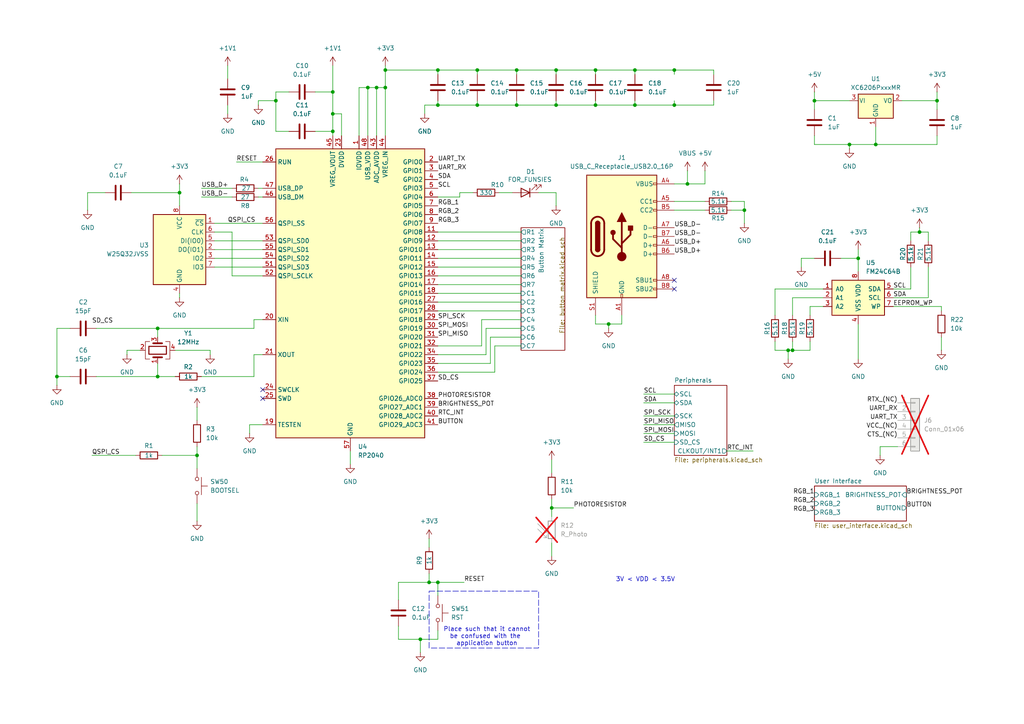
<source format=kicad_sch>
(kicad_sch (version 20231120) (generator "eeschema") (generator_version "8.0")
  (paper "A4")
  (lib_symbols
    (symbol "Connector:USB_C_Receptacle_USB2.0_16P" (pin_names (offset 1.016))
      (property "Reference" "J" (at 0 22.225 0))
      (property "Value" "USB_C_Receptacle_USB2.0_16P" (at 0 19.685 0))
      (symbol "USB_C_Receptacle_USB2.0_16P_1_1"
        (pin passive line (at 0 -22.86 90) (length 5.08) (name "GND") (number "A1"))
        (pin passive line (at 0 -22.86 90) (length 5.08) hide (name "GND") (number "A12"))
        (pin passive line (at 15.24 15.24 180) (length 5.08) (name "VBUS") (number "A4"))
        (pin bidirectional line (at 15.24 10.16 180) (length 5.08) (name "CC1") (number "A5"))
        (pin bidirectional line (at 15.24 -2.54 180) (length 5.08) (name "D+") (number "A6"))
        (pin bidirectional line (at 15.24 2.54 180) (length 5.08) (name "D-") (number "A7"))
        (pin bidirectional line (at 15.24 -12.7 180) (length 5.08) (name "SBU1") (number "A8"))
        (pin passive line (at 15.24 15.24 180) (length 5.08) hide (name "VBUS") (number "A9"))
        (pin passive line (at 0 -22.86 90) (length 5.08) hide (name "GND") (number "B1"))
        (pin passive line (at 0 -22.86 90) (length 5.08) hide (name "GND") (number "B12"))
        (pin passive line (at 15.24 15.24 180) (length 5.08) hide (name "VBUS") (number "B4"))
        (pin bidirectional line (at 15.24 7.62 180) (length 5.08) (name "CC2") (number "B5"))
        (pin bidirectional line (at 15.24 -5.08 180) (length 5.08) (name "D+") (number "B6"))
        (pin bidirectional line (at 15.24 0 180) (length 5.08) (name "D-") (number "B7"))
        (pin bidirectional line (at 15.24 -15.24 180) (length 5.08) (name "SBU2") (number "B8"))
        (pin passive line (at 15.24 15.24 180) (length 5.08) hide (name "VBUS") (number "B9"))
        (pin passive line (at -7.62 -22.86 90) (length 5.08) (name "SHIELD") (number "S1"))
      )
    )
    (symbol "Connector_Generic:Conn_01x06" (pin_names (offset 1.016) hide)
      (property "Reference" "J" (at 0 7.62 0))
      (property "Value" "Conn_01x06" (at 0 -10.16 0))
      (symbol "Conn_01x06_1_1"
        (pin passive line (at -5.08 5.08 0) (length 3.81) (name "Pin_1") (number "1"))
        (pin passive line (at -5.08 2.54 0) (length 3.81) (name "Pin_2") (number "2"))
        (pin passive line (at -5.08 0 0) (length 3.81) (name "Pin_3") (number "3"))
        (pin passive line (at -5.08 -2.54 0) (length 3.81) (name "Pin_4") (number "4"))
        (pin passive line (at -5.08 -5.08 0) (length 3.81) (name "Pin_5") (number "5"))
        (pin passive line (at -5.08 -7.62 0) (length 3.81) (name "Pin_6") (number "6"))
      )
    )
    (symbol "Device:C" (pin_numbers hide) (pin_names (offset 0.254))
      (property "Reference" "C" (at 0.635 2.54 0))
      (property "Value" "C" (at 0.635 -2.54 0))
      (symbol "C_1_1"
        (pin passive line (at 0 3.81 270) (length 2.794) (name "~") (number "1"))
        (pin passive line (at 0 -3.81 90) (length 2.794) (name "~") (number "2"))
      )
    )
    (symbol "Device:Crystal_GND24" (pin_names (offset 1.016) hide)
      (property "Reference" "Y" (at 3.175 5.08 0))
      (property "Value" "Crystal_GND24" (at 3.175 3.175 0))
      (symbol "Crystal_GND24_1_1"
        (pin passive line (at -3.81 0 0) (length 1.27) (name "1") (number "1"))
        (pin passive line (at 0 5.08 270) (length 1.27) (name "2") (number "2"))
        (pin passive line (at 3.81 0 180) (length 1.27) (name "3") (number "3"))
        (pin passive line (at 0 -5.08 90) (length 1.27) (name "4") (number "4"))
      )
    )
    (symbol "Device:LED" (pin_numbers hide) (pin_names (offset 1.016) hide)
      (property "Reference" "D" (at 0 2.54 0))
      (property "Value" "LED" (at 0 -2.54 0))
      (symbol "LED_1_1"
        (pin passive line (at -3.81 0 0) (length 2.54) (name "K") (number "1"))
        (pin passive line (at 3.81 0 180) (length 2.54) (name "A") (number "2"))
      )
    )
    (symbol "Device:R" (pin_numbers hide) (pin_names (offset 0))
      (property "Reference" "R" (at 2.032 0 90))
      (property "Value" "R" (at 0 0 90))
      (symbol "R_1_1"
        (pin passive line (at 0 3.81 270) (length 1.27) (name "~") (number "1"))
        (pin passive line (at 0 -3.81 90) (length 1.27) (name "~") (number "2"))
      )
    )
    (symbol "Device:R_Photo" (pin_numbers hide) (pin_names (offset 0))
      (property "Reference" "R" (at 1.27 1.27 0))
      (property "Value" "R_Photo" (at 1.27 0 0))
      (symbol "R_Photo_1_1"
        (pin passive line (at 0 3.81 270) (length 1.27) (name "~") (number "1"))
        (pin passive line (at 0 -3.81 90) (length 1.27) (name "~") (number "2"))
      )
    )
    (symbol "MCU_RaspberryPi:RP2040"
      (property "Reference" "U" (at 17.78 45.72 0))
      (property "Value" "RP2040" (at 17.78 43.18 0))
      (symbol "RP2040_1_1"
        (pin power_in line (at 2.54 45.72 270) (length 3.81) (name "IOVDD") (number "1"))
        (pin passive line (at 2.54 45.72 270) (length 3.81) hide (name "IOVDD") (number "10"))
        (pin bidirectional line (at 25.4 17.78 180) (length 3.81) (name "GPIO8") (number "11"))
        (pin bidirectional line (at 25.4 15.24 180) (length 3.81) (name "GPIO9") (number "12"))
        (pin bidirectional line (at 25.4 12.7 180) (length 3.81) (name "GPIO10") (number "13"))
        (pin bidirectional line (at 25.4 10.16 180) (length 3.81) (name "GPIO11") (number "14"))
        (pin bidirectional line (at 25.4 7.62 180) (length 3.81) (name "GPIO12") (number "15"))
        (pin bidirectional line (at 25.4 5.08 180) (length 3.81) (name "GPIO13") (number "16"))
        (pin bidirectional line (at 25.4 2.54 180) (length 3.81) (name "GPIO14") (number "17"))
        (pin bidirectional line (at 25.4 0 180) (length 3.81) (name "GPIO15") (number "18"))
        (pin input line (at -25.4 -38.1 0) (length 3.81) (name "TESTEN") (number "19"))
        (pin bidirectional line (at 25.4 38.1 180) (length 3.81) (name "GPIO0") (number "2"))
        (pin input line (at -25.4 -7.62 0) (length 3.81) (name "XIN") (number "20"))
        (pin passive line (at -25.4 -17.78 0) (length 3.81) (name "XOUT") (number "21"))
        (pin passive line (at 2.54 45.72 270) (length 3.81) hide (name "IOVDD") (number "22"))
        (pin power_in line (at -2.54 45.72 270) (length 3.81) (name "DVDD") (number "23"))
        (pin input line (at -25.4 -27.94 0) (length 3.81) (name "SWCLK") (number "24"))
        (pin bidirectional line (at -25.4 -30.48 0) (length 3.81) (name "SWD") (number "25"))
        (pin input line (at -25.4 38.1 0) (length 3.81) (name "RUN") (number "26"))
        (pin bidirectional line (at 25.4 -2.54 180) (length 3.81) (name "GPIO16") (number "27"))
        (pin bidirectional line (at 25.4 -5.08 180) (length 3.81) (name "GPIO17") (number "28"))
        (pin bidirectional line (at 25.4 -7.62 180) (length 3.81) (name "GPIO18") (number "29"))
        (pin bidirectional line (at 25.4 35.56 180) (length 3.81) (name "GPIO1") (number "3"))
        (pin bidirectional line (at 25.4 -10.16 180) (length 3.81) (name "GPIO19") (number "30"))
        (pin bidirectional line (at 25.4 -12.7 180) (length 3.81) (name "GPIO20") (number "31"))
        (pin bidirectional line (at 25.4 -15.24 180) (length 3.81) (name "GPIO21") (number "32"))
        (pin passive line (at 2.54 45.72 270) (length 3.81) hide (name "IOVDD") (number "33"))
        (pin bidirectional line (at 25.4 -17.78 180) (length 3.81) (name "GPIO22") (number "34"))
        (pin bidirectional line (at 25.4 -20.32 180) (length 3.81) (name "GPIO23") (number "35"))
        (pin bidirectional line (at 25.4 -22.86 180) (length 3.81) (name "GPIO24") (number "36"))
        (pin bidirectional line (at 25.4 -25.4 180) (length 3.81) (name "GPIO25") (number "37"))
        (pin bidirectional line (at 25.4 -30.48 180) (length 3.81) (name "GPIO26_ADC0") (number "38"))
        (pin bidirectional line (at 25.4 -33.02 180) (length 3.81) (name "GPIO27_ADC1") (number "39"))
        (pin bidirectional line (at 25.4 33.02 180) (length 3.81) (name "GPIO2") (number "4"))
        (pin bidirectional line (at 25.4 -35.56 180) (length 3.81) (name "GPIO28_ADC2") (number "40"))
        (pin bidirectional line (at 25.4 -38.1 180) (length 3.81) (name "GPIO29_ADC3") (number "41"))
        (pin passive line (at 2.54 45.72 270) (length 3.81) hide (name "IOVDD") (number "42"))
        (pin power_in line (at 7.62 45.72 270) (length 3.81) (name "ADC_AVDD") (number "43"))
        (pin power_in line (at 10.16 45.72 270) (length 3.81) (name "VREG_IN") (number "44"))
        (pin power_out line (at -5.08 45.72 270) (length 3.81) (name "VREG_VOUT") (number "45"))
        (pin bidirectional line (at -25.4 27.94 0) (length 3.81) (name "USB_DM") (number "46"))
        (pin bidirectional line (at -25.4 30.48 0) (length 3.81) (name "USB_DP") (number "47"))
        (pin power_in line (at 5.08 45.72 270) (length 3.81) (name "USB_VDD") (number "48"))
        (pin passive line (at 2.54 45.72 270) (length 3.81) hide (name "IOVDD") (number "49"))
        (pin bidirectional line (at 25.4 30.48 180) (length 3.81) (name "GPIO3") (number "5"))
        (pin passive line (at -2.54 45.72 270) (length 3.81) hide (name "DVDD") (number "50"))
        (pin bidirectional line (at -25.4 7.62 0) (length 3.81) (name "QSPI_SD3") (number "51"))
        (pin output line (at -25.4 5.08 0) (length 3.81) (name "QSPI_SCLK") (number "52"))
        (pin bidirectional line (at -25.4 15.24 0) (length 3.81) (name "QSPI_SD0") (number "53"))
        (pin bidirectional line (at -25.4 10.16 0) (length 3.81) (name "QSPI_SD2") (number "54"))
        (pin bidirectional line (at -25.4 12.7 0) (length 3.81) (name "QSPI_SD1") (number "55"))
        (pin bidirectional line (at -25.4 20.32 0) (length 3.81) (name "QSPI_SS") (number "56"))
        (pin power_in line (at 0 -45.72 90) (length 3.81) (name "GND") (number "57"))
        (pin bidirectional line (at 25.4 27.94 180) (length 3.81) (name "GPIO4") (number "6"))
        (pin bidirectional line (at 25.4 25.4 180) (length 3.81) (name "GPIO5") (number "7"))
        (pin bidirectional line (at 25.4 22.86 180) (length 3.81) (name "GPIO6") (number "8"))
        (pin bidirectional line (at 25.4 20.32 180) (length 3.81) (name "GPIO7") (number "9"))
      )
    )
    (symbol "Memory_Flash:W25Q32JVSS"
      (property "Reference" "U" (at -6.35 11.43 0))
      (property "Value" "W25Q32JVSS" (at 7.62 11.43 0))
      (symbol "W25Q32JVSS_1_1"
        (pin input line (at -10.16 7.62 0) (length 2.54) (name "~{CS}") (number "1"))
        (pin bidirectional line (at -10.16 0 0) (length 2.54) (name "DO(IO1)") (number "2"))
        (pin bidirectional line (at -10.16 -2.54 0) (length 2.54) (name "IO2") (number "3"))
        (pin power_in line (at 0 -12.7 90) (length 2.54) (name "GND") (number "4"))
        (pin bidirectional line (at -10.16 2.54 0) (length 2.54) (name "DI(IO0)") (number "5"))
        (pin input line (at -10.16 5.08 0) (length 2.54) (name "CLK") (number "6"))
        (pin bidirectional line (at -10.16 -5.08 0) (length 2.54) (name "IO3") (number "7"))
        (pin power_in line (at 0 12.7 270) (length 2.54) (name "VCC") (number "8"))
      )
    )
    (symbol "Memory_NVRAM:FM24C64B" (pin_names (offset 1.016))
      (property "Reference" "U" (at -5.08 8.89 0))
      (property "Value" "FM24C64B" (at 6.35 -8.89 0))
      (symbol "FM24C64B_1_1"
        (pin input line (at -10.16 2.54 0) (length 2.54) (name "A0") (number "1"))
        (pin input line (at -10.16 0 0) (length 2.54) (name "A1") (number "2"))
        (pin input line (at -10.16 -2.54 0) (length 2.54) (name "A2") (number "3"))
        (pin power_in line (at 0 -7.62 90) (length 2.54) (name "VSS") (number "4"))
        (pin bidirectional line (at 10.16 2.54 180) (length 2.54) (name "SDA") (number "5"))
        (pin input line (at 10.16 0 180) (length 2.54) (name "SCL") (number "6"))
        (pin input line (at 10.16 -2.54 180) (length 2.54) (name "WP") (number "7"))
        (pin power_in line (at 0 7.62 270) (length 2.54) (name "VDD") (number "8"))
      )
    )
    (symbol "Regulator_Linear:XC6206PxxxMR" (pin_names (offset 0.254))
      (property "Reference" "U" (at -3.81 3.175 0))
      (property "Value" "XC6206PxxxMR" (at 0 3.175 0))
      (symbol "XC6206PxxxMR_1_1"
        (pin power_in line (at 0 -7.62 90) (length 2.54) (name "GND") (number "1"))
        (pin power_out line (at 7.62 0 180) (length 2.54) (name "VO") (number "2"))
        (pin power_in line (at -7.62 0 0) (length 2.54) (name "VI") (number "3"))
      )
    )
    (symbol "Switch:SW_Push" (pin_numbers hide) (pin_names (offset 1.016) hide)
      (property "Reference" "SW" (at 1.27 2.54 0))
      (property "Value" "SW_Push" (at 0 -1.524 0))
      (symbol "SW_Push_0_1"
        (pin passive line (at -5.08 0 0) (length 2.54) (name "1") (number "1"))
        (pin passive line (at 5.08 0 180) (length 2.54) (name "2") (number "2"))
      )
    )
    (symbol "power:+1V1" (power) (pin_numbers hide) (pin_names (offset 0) hide)
      (property "Value" "+1V1" (at 0 3.556 0))
      (symbol "+1V1_1_1"
        (pin power_in line (at 0 0 90) (length 0) (name "~") (number "1"))
      )
    )
    (symbol "power:+3V3" (power) (pin_numbers hide) (pin_names (offset 0) hide)
      (property "Value" "+3V3" (at 0 3.556 0))
      (symbol "+3V3_1_1"
        (pin power_in line (at 0 0 90) (length 0) (name "~") (number "1"))
      )
    )
    (symbol "power:+5V" (power) (pin_numbers hide) (pin_names (offset 0) hide)
      (property "Value" "+5V" (at 0 3.556 0))
      (symbol "+5V_1_1"
        (pin power_in line (at 0 0 90) (length 0) (name "~") (number "1"))
      )
    )
    (symbol "power:GND" (power) (pin_numbers hide) (pin_names (offset 0) hide)
      (property "Value" "GND" (at 0 -3.81 0))
      (symbol "GND_1_1"
        (pin power_in line (at 0 0 270) (length 0) (name "~") (number "1"))
      )
    )
    (symbol "power:VBUS" (power) (pin_numbers hide) (pin_names (offset 0) hide)
      (property "Value" "VBUS" (at 0 3.556 0))
      (symbol "VBUS_1_1"
        (pin power_in line (at 0 0 90) (length 0) (name "~") (number "1"))
      )
    )
  )
  (junction (at 161.29 20.32))
  (junction (at 184.15 20.32))
  (junction (at 127 20.32))
  (junction (at 254 41.91))
  (junction (at 195.58 20.32))
  (junction (at 266.7 67.31))
  (junction (at 149.86 30.48))
  (junction (at 248.92 74.93))
  (junction (at 228.6 101.6))
  (junction (at 176.53 93.98))
  (junction (at 172.72 30.48))
  (junction (at 106.68 25.4))
  (junction (at 172.72 20.32))
  (junction (at 199.39 53.34))
  (junction (at 111.76 25.4))
  (junction (at 195.58 30.48))
  (junction (at 149.86 20.32))
  (junction (at 124.46 168.91))
  (junction (at 127 168.91))
  (junction (at 96.52 38.1))
  (junction (at 45.72 95.25))
  (junction (at 138.43 30.48))
  (junction (at 52.07 55.88))
  (junction (at 246.38 41.91))
  (junction (at 161.29 30.48))
  (junction (at 215.9 60.96))
  (junction (at 96.52 26.67))
  (junction (at 80.01 29.21))
  (junction (at 109.22 25.4))
  (junction (at 121.92 185.42))
  (junction (at 160.02 147.32))
  (junction (at 236.22 29.21))
  (junction (at 96.52 33.02))
  (junction (at 127 30.48))
  (junction (at 138.43 20.32))
  (junction (at 271.78 29.21))
  (junction (at 45.72 109.22))
  (junction (at 184.15 30.48))
  (junction (at 111.76 20.32))
  (junction (at 57.15 132.08))
  (junction (at 229.87 101.6))
  (junction (at 16.51 109.22))
  (no_connect (at 195.58 83.82))
  (no_connect (at 195.58 81.28))
  (no_connect (at 76.2 113.03))
  (no_connect (at 76.2 115.57))
  (wire (pts (xy 115.57 185.42) (xy 121.92 185.42)))
  (wire (pts (xy 254 41.91) (xy 271.78 41.91)))
  (wire (pts (xy 138.43 20.32) (xy 138.43 21.59)))
  (wire (pts (xy 133.35 55.88) (xy 133.35 57.15)))
  (wire (pts (xy 160.02 147.32) (xy 160.02 149.86)))
  (wire (pts (xy 195.58 60.96) (xy 204.47 60.96)))
  (wire (pts (xy 74.93 30.48) (xy 74.93 29.21)))
  (wire (pts (xy 127 29.21) (xy 127 30.48)))
  (wire (pts (xy 127 80.01) (xy 151.13 80.01)))
  (wire (pts (xy 62.23 67.31) (xy 67.31 67.31)))
  (wire (pts (xy 215.9 60.96) (xy 215.9 64.77)))
  (wire (pts (xy 96.52 26.67) (xy 96.52 33.02)))
  (wire (pts (xy 74.93 57.15) (xy 76.2 57.15)))
  (wire (pts (xy 106.68 25.4) (xy 106.68 39.37)))
  (wire (pts (xy 199.39 53.34) (xy 195.58 53.34)))
  (wire (pts (xy 273.05 88.9) (xy 273.05 90.17)))
  (wire (pts (xy 127 77.47) (xy 151.13 77.47)))
  (wire (pts (xy 248.92 74.93) (xy 248.92 78.74)))
  (wire (pts (xy 142.24 97.79) (xy 142.24 105.41)))
  (wire (pts (xy 186.69 120.65) (xy 195.58 120.65)))
  (wire (pts (xy 72.39 123.19) (xy 76.2 123.19)))
  (wire (pts (xy 27.94 109.22) (xy 45.72 109.22)))
  (wire (pts (xy 91.44 26.67) (xy 96.52 26.67)))
  (wire (pts (xy 96.52 19.05) (xy 96.52 26.67)))
  (wire (pts (xy 228.6 101.6) (xy 228.6 104.14)))
  (wire (pts (xy 58.42 54.61) (xy 67.31 54.61)))
  (wire (pts (xy 149.86 29.21) (xy 149.86 30.48)))
  (wire (pts (xy 273.05 97.79) (xy 273.05 101.6)))
  (wire (pts (xy 161.29 29.21) (xy 161.29 30.48)))
  (wire (pts (xy 127 182.88) (xy 127 185.42)))
  (wire (pts (xy 218.44 130.81) (xy 210.82 130.81)))
  (wire (pts (xy 236.22 26.67) (xy 236.22 29.21)))
  (wire (pts (xy 127 85.09) (xy 151.13 85.09)))
  (wire (pts (xy 45.72 105.41) (xy 45.72 109.22)))
  (wire (pts (xy 195.58 29.21) (xy 195.58 30.48)))
  (wire (pts (xy 269.24 86.36) (xy 269.24 77.47)))
  (wire (pts (xy 62.23 72.39) (xy 76.2 72.39)))
  (wire (pts (xy 229.87 99.06) (xy 229.87 101.6)))
  (wire (pts (xy 99.06 39.37) (xy 99.06 33.02)))
  (wire (pts (xy 62.23 77.47) (xy 76.2 77.47)))
  (wire (pts (xy 212.09 60.96) (xy 215.9 60.96)))
  (wire (pts (xy 45.72 97.79) (xy 45.72 95.25)))
  (wire (pts (xy 27.94 95.25) (xy 45.72 95.25)))
  (wire (pts (xy 204.47 53.34) (xy 199.39 53.34)))
  (wire (pts (xy 57.15 118.11) (xy 57.15 121.92)))
  (wire (pts (xy 16.51 95.25) (xy 20.32 95.25)))
  (wire (pts (xy 96.52 33.02) (xy 96.52 38.1)))
  (wire (pts (xy 195.58 58.42) (xy 204.47 58.42)))
  (wire (pts (xy 269.24 69.85) (xy 269.24 67.31)))
  (wire (pts (xy 73.66 102.87) (xy 76.2 102.87)))
  (wire (pts (xy 140.97 102.87) (xy 127 102.87)))
  (wire (pts (xy 204.47 49.53) (xy 204.47 53.34)))
  (wire (pts (xy 124.46 168.91) (xy 127 168.91)))
  (wire (pts (xy 212.09 58.42) (xy 215.9 58.42)))
  (wire (pts (xy 172.72 29.21) (xy 172.72 30.48)))
  (wire (pts (xy 127 69.85) (xy 151.13 69.85)))
  (wire (pts (xy 58.42 57.15) (xy 67.31 57.15)))
  (wire (pts (xy 138.43 29.21) (xy 138.43 30.48)))
  (wire (pts (xy 68.58 46.99) (xy 76.2 46.99)))
  (wire (pts (xy 151.13 100.33) (xy 143.51 100.33)))
  (wire (pts (xy 16.51 109.22) (xy 16.51 95.25)))
  (wire (pts (xy 160.02 133.35) (xy 160.02 137.16)))
  (wire (pts (xy 111.76 25.4) (xy 111.76 39.37)))
  (wire (pts (xy 151.13 92.71) (xy 139.7 92.71)))
  (wire (pts (xy 172.72 91.44) (xy 172.72 93.98)))
  (wire (pts (xy 140.97 95.25) (xy 140.97 102.87)))
  (wire (pts (xy 180.34 91.44) (xy 180.34 93.98)))
  (wire (pts (xy 269.24 67.31) (xy 266.7 67.31)))
  (wire (pts (xy 255.27 129.54) (xy 255.27 132.08)))
  (wire (pts (xy 62.23 69.85) (xy 76.2 69.85)))
  (wire (pts (xy 195.58 20.32) (xy 207.01 20.32)))
  (wire (pts (xy 229.87 86.36) (xy 238.76 86.36)))
  (wire (pts (xy 104.14 39.37) (xy 104.14 25.4)))
  (wire (pts (xy 259.08 88.9) (xy 273.05 88.9)))
  (wire (pts (xy 195.58 20.32) (xy 195.58 21.59)))
  (wire (pts (xy 38.1 55.88) (xy 52.07 55.88)))
  (wire (pts (xy 184.15 29.21) (xy 184.15 30.48)))
  (wire (pts (xy 234.95 88.9) (xy 238.76 88.9)))
  (wire (pts (xy 248.92 93.98) (xy 248.92 104.14)))
  (wire (pts (xy 45.72 95.25) (xy 73.66 95.25)))
  (wire (pts (xy 260.35 129.54) (xy 255.27 129.54)))
  (wire (pts (xy 266.7 67.31) (xy 266.7 66.04)))
  (wire (pts (xy 264.16 67.31) (xy 266.7 67.31)))
  (wire (pts (xy 127 90.17) (xy 151.13 90.17)))
  (wire (pts (xy 139.7 92.71) (xy 139.7 100.33)))
  (wire (pts (xy 264.16 69.85) (xy 264.16 67.31)))
  (wire (pts (xy 264.16 83.82) (xy 264.16 77.47)))
  (wire (pts (xy 115.57 181.61) (xy 115.57 185.42)))
  (wire (pts (xy 207.01 30.48) (xy 195.58 30.48)))
  (wire (pts (xy 127 168.91) (xy 127 172.72)))
  (wire (pts (xy 186.69 128.27) (xy 195.58 128.27)))
  (wire (pts (xy 106.68 25.4) (xy 109.22 25.4)))
  (wire (pts (xy 57.15 132.08) (xy 57.15 129.54)))
  (wire (pts (xy 73.66 109.22) (xy 73.66 102.87)))
  (wire (pts (xy 127 82.55) (xy 151.13 82.55)))
  (wire (pts (xy 52.07 85.09) (xy 52.07 86.36)))
  (wire (pts (xy 229.87 91.44) (xy 229.87 86.36)))
  (wire (pts (xy 58.42 109.22) (xy 73.66 109.22)))
  (wire (pts (xy 111.76 20.32) (xy 127 20.32)))
  (wire (pts (xy 246.38 41.91) (xy 254 41.91)))
  (wire (pts (xy 232.41 77.47) (xy 232.41 74.93)))
  (wire (pts (xy 127 74.93) (xy 151.13 74.93)))
  (wire (pts (xy 195.58 30.48) (xy 184.15 30.48)))
  (wire (pts (xy 138.43 20.32) (xy 149.86 20.32)))
  (wire (pts (xy 73.66 95.25) (xy 73.66 92.71)))
  (wire (pts (xy 74.93 29.21) (xy 80.01 29.21)))
  (wire (pts (xy 151.13 97.79) (xy 142.24 97.79)))
  (wire (pts (xy 176.53 93.98) (xy 176.53 95.25)))
  (wire (pts (xy 123.19 30.48) (xy 123.19 33.02)))
  (wire (pts (xy 67.31 80.01) (xy 76.2 80.01)))
  (wire (pts (xy 234.95 101.6) (xy 234.95 99.06)))
  (wire (pts (xy 137.16 55.88) (xy 133.35 55.88)))
  (wire (pts (xy 109.22 25.4) (xy 109.22 39.37)))
  (wire (pts (xy 124.46 156.21) (xy 124.46 158.75)))
  (wire (pts (xy 127 20.32) (xy 127 21.59)))
  (wire (pts (xy 104.14 25.4) (xy 106.68 25.4)))
  (wire (pts (xy 224.79 83.82) (xy 238.76 83.82)))
  (wire (pts (xy 254 36.83) (xy 254 41.91)))
  (wire (pts (xy 229.87 101.6) (xy 234.95 101.6)))
  (wire (pts (xy 127 67.31) (xy 151.13 67.31)))
  (wire (pts (xy 109.22 25.4) (xy 111.76 25.4)))
  (wire (pts (xy 25.4 55.88) (xy 30.48 55.88)))
  (wire (pts (xy 186.69 114.3) (xy 195.58 114.3)))
  (wire (pts (xy 36.83 101.6) (xy 40.64 101.6)))
  (wire (pts (xy 271.78 26.67) (xy 271.78 29.21)))
  (wire (pts (xy 142.24 105.41) (xy 127 105.41)))
  (wire (pts (xy 83.82 38.1) (xy 80.01 38.1)))
  (wire (pts (xy 243.84 74.93) (xy 248.92 74.93)))
  (wire (pts (xy 172.72 30.48) (xy 161.29 30.48)))
  (wire (pts (xy 144.78 55.88) (xy 148.59 55.88)))
  (wire (pts (xy 271.78 41.91) (xy 271.78 39.37)))
  (wire (pts (xy 160.02 157.48) (xy 160.02 161.29)))
  (wire (pts (xy 184.15 20.32) (xy 184.15 21.59)))
  (wire (pts (xy 161.29 55.88) (xy 161.29 59.69)))
  (wire (pts (xy 232.41 74.93) (xy 236.22 74.93)))
  (wire (pts (xy 207.01 20.32) (xy 207.01 21.59)))
  (wire (pts (xy 139.7 100.33) (xy 127 100.33)))
  (wire (pts (xy 111.76 20.32) (xy 111.76 25.4)))
  (wire (pts (xy 52.07 53.34) (xy 52.07 55.88)))
  (wire (pts (xy 133.35 57.15) (xy 127 57.15)))
  (wire (pts (xy 184.15 30.48) (xy 172.72 30.48)))
  (wire (pts (xy 124.46 166.37) (xy 124.46 168.91)))
  (wire (pts (xy 26.67 132.08) (xy 39.37 132.08)))
  (wire (pts (xy 62.23 74.93) (xy 76.2 74.93)))
  (wire (pts (xy 172.72 93.98) (xy 176.53 93.98)))
  (wire (pts (xy 186.69 125.73) (xy 195.58 125.73)))
  (wire (pts (xy 184.15 20.32) (xy 195.58 20.32)))
  (wire (pts (xy 248.92 72.39) (xy 248.92 74.93)))
  (wire (pts (xy 127 72.39) (xy 151.13 72.39)))
  (wire (pts (xy 115.57 173.99) (xy 115.57 168.91)))
  (wire (pts (xy 149.86 20.32) (xy 149.86 21.59)))
  (wire (pts (xy 101.6 130.81) (xy 101.6 134.62)))
  (wire (pts (xy 149.86 20.32) (xy 161.29 20.32)))
  (wire (pts (xy 45.72 109.22) (xy 50.8 109.22)))
  (wire (pts (xy 127 185.42) (xy 121.92 185.42)))
  (wire (pts (xy 57.15 146.05) (xy 57.15 151.13)))
  (wire (pts (xy 236.22 41.91) (xy 246.38 41.91)))
  (wire (pts (xy 234.95 91.44) (xy 234.95 88.9)))
  (wire (pts (xy 25.4 60.96) (xy 25.4 55.88)))
  (wire (pts (xy 73.66 92.71) (xy 76.2 92.71)))
  (wire (pts (xy 127 87.63) (xy 151.13 87.63)))
  (wire (pts (xy 271.78 29.21) (xy 271.78 31.75)))
  (wire (pts (xy 67.31 67.31) (xy 67.31 80.01)))
  (wire (pts (xy 16.51 109.22) (xy 20.32 109.22)))
  (wire (pts (xy 172.72 20.32) (xy 184.15 20.32)))
  (wire (pts (xy 16.51 111.76) (xy 16.51 109.22)))
  (wire (pts (xy 151.13 95.25) (xy 140.97 95.25)))
  (wire (pts (xy 138.43 30.48) (xy 127 30.48)))
  (wire (pts (xy 161.29 30.48) (xy 149.86 30.48)))
  (wire (pts (xy 246.38 43.18) (xy 246.38 41.91)))
  (wire (pts (xy 259.08 83.82) (xy 264.16 83.82)))
  (wire (pts (xy 91.44 38.1) (xy 96.52 38.1)))
  (wire (pts (xy 224.79 91.44) (xy 224.79 83.82)))
  (wire (pts (xy 127 20.32) (xy 138.43 20.32)))
  (wire (pts (xy 57.15 132.08) (xy 57.15 135.89)))
  (wire (pts (xy 186.69 123.19) (xy 195.58 123.19)))
  (wire (pts (xy 224.79 99.06) (xy 224.79 101.6)))
  (wire (pts (xy 111.76 19.05) (xy 111.76 20.32)))
  (wire (pts (xy 60.96 101.6) (xy 60.96 102.87)))
  (wire (pts (xy 143.51 100.33) (xy 143.51 107.95)))
  (wire (pts (xy 99.06 33.02) (xy 96.52 33.02)))
  (wire (pts (xy 50.8 101.6) (xy 60.96 101.6)))
  (wire (pts (xy 160.02 147.32) (xy 166.37 147.32)))
  (wire (pts (xy 172.72 20.32) (xy 172.72 21.59)))
  (wire (pts (xy 66.04 30.48) (xy 66.04 33.02)))
  (wire (pts (xy 261.62 29.21) (xy 271.78 29.21)))
  (wire (pts (xy 36.83 102.87) (xy 36.83 101.6)))
  (wire (pts (xy 224.79 101.6) (xy 228.6 101.6)))
  (wire (pts (xy 186.69 116.84) (xy 195.58 116.84)))
  (wire (pts (xy 215.9 58.42) (xy 215.9 60.96)))
  (wire (pts (xy 74.93 54.61) (xy 76.2 54.61)))
  (wire (pts (xy 52.07 55.88) (xy 52.07 59.69)))
  (wire (pts (xy 62.23 64.77) (xy 76.2 64.77)))
  (wire (pts (xy 72.39 125.73) (xy 72.39 123.19)))
  (wire (pts (xy 160.02 144.78) (xy 160.02 147.32)))
  (wire (pts (xy 80.01 29.21) (xy 80.01 26.67)))
  (wire (pts (xy 143.51 107.95) (xy 127 107.95)))
  (wire (pts (xy 236.22 29.21) (xy 246.38 29.21)))
  (wire (pts (xy 161.29 20.32) (xy 172.72 20.32)))
  (wire (pts (xy 161.29 20.32) (xy 161.29 21.59)))
  (wire (pts (xy 236.22 39.37) (xy 236.22 41.91)))
  (wire (pts (xy 149.86 30.48) (xy 138.43 30.48)))
  (wire (pts (xy 259.08 86.36) (xy 269.24 86.36)))
  (wire (pts (xy 66.04 19.05) (xy 66.04 22.86)))
  (wire (pts (xy 121.92 185.42) (xy 121.92 189.23)))
  (wire (pts (xy 228.6 101.6) (xy 229.87 101.6)))
  (wire (pts (xy 199.39 49.53) (xy 199.39 53.34)))
  (wire (pts (xy 46.99 132.08) (xy 57.15 132.08)))
  (wire (pts (xy 96.52 38.1) (xy 96.52 39.37)))
  (wire (pts (xy 127 30.48) (xy 123.19 30.48)))
  (wire (pts (xy 207.01 29.21) (xy 207.01 30.48)))
  (wire (pts (xy 176.53 93.98) (xy 180.34 93.98)))
  (wire (pts (xy 127 168.91) (xy 134.62 168.91)))
  (wire (pts (xy 80.01 38.1) (xy 80.01 29.21)))
  (wire (pts (xy 236.22 31.75) (xy 236.22 29.21)))
  (wire (pts (xy 80.01 26.67) (xy 83.82 26.67)))
  (wire (pts (xy 156.21 55.88) (xy 161.29 55.88)))
  (wire (pts (xy 115.57 168.91) (xy 124.46 168.91)))
  (rectangle (start 124.46 171.45) (end 156.21 187.96) (stroke (width 0) (type dash)))
  (text "Place such that it cannot\nbe confused with the \napplication button" (at 141.224 184.658 0) (effects (font (size 1.27 1.27))))
  (text "3V < VDD < 3.5V" (at 187.198 168.148 0) (effects (font (size 1.27 1.27))))
  (label "SPI_MISO" (at 127 97.79 0))
  (label "RTC_INT" (at 218.44 130.81 180))
  (label "SPI_SCK" (at 186.69 120.65 0))
  (label "PHOTORESISTOR" (at 127 115.57 0))
  (label "SCL" (at 127 54.61 0))
  (label "SD_CS" (at 186.69 128.27 0))
  (label "CTS_(NC)" (at 260.35 127 180))
  (label "SCL" (at 259.08 83.82 0))
  (label "UART_TX" (at 260.35 121.92 180))
  (label "USB_D+" (at 195.58 71.12 0))
  (label "RTC_INT" (at 127 120.65 0))
  (label "RESET" (at 134.62 168.91 0))
  (label "RGB_1" (at 127 59.69 0))
  (label "RESET" (at 68.58 46.99 0))
  (label "USB_D+" (at 58.42 54.61 0))
  (label "PHOTORESISTOR" (at 166.37 147.32 0))
  (label "SDA" (at 186.69 116.84 0))
  (label "BUTTON" (at 127 123.19 0))
  (label "SCL" (at 186.69 114.3 0))
  (label "RGB_2" (at 127 62.23 0))
  (label "RTX_(NC)" (at 260.35 116.84 180))
  (label "QSPI_CS" (at 26.67 132.08 0))
  (label "USB_D-" (at 195.58 68.58 0))
  (label "VCC_(NC)" (at 260.35 124.46 180))
  (label "RGB_3" (at 127 64.77 0))
  (label "UART_TX" (at 127 46.99 0))
  (label "SDA" (at 259.08 86.36 0))
  (label "RGB_2" (at 236.22 146.05 180))
  (label "BUTTON" (at 262.89 147.32 0))
  (label "SPI_MISO" (at 186.69 123.19 0))
  (label "BRIGHTNESS_POT" (at 262.89 143.51 0))
  (label "SPI_MOSI" (at 127 95.25 0))
  (label "QSPI_CS" (at 66.04 64.77 0))
  (label "RGB_1" (at 236.22 143.51 180))
  (label "UART_RX" (at 127 49.53 0))
  (label "USB_D-" (at 195.58 66.04 0))
  (label "SD_CS" (at 26.67 93.98 0))
  (label "SPI_SCK" (at 127 92.71 0))
  (label "BRIGHTNESS_POT" (at 127 118.11 0))
  (label "SD_CS" (at 127 110.49 0))
  (label "RGB_3" (at 236.22 148.59 180))
  (label "USB_D+" (at 195.58 73.66 0))
  (label "USB_D-" (at 58.42 57.15 0))
  (label "SDA" (at 127 52.07 0))
  (label "UART_RX" (at 260.35 119.38 180))
  (label "SPI_MOSI" (at 186.69 125.73 0))
  (label "EEPROM_WP" (at 259.08 88.9 0))
  (symbol (lib_id "Memory_NVRAM:FM24C64B") (at 248.92 86.36 0) (unit 1)
    (property "Reference" "U5" (at 251.1141 76.2 0) (effects (justify left)))
    (property "Value" "FM24C64B" (at 251.1141 78.74 0) (effects (justify left)))
    (property "Footprint" "Package_SO:SOIC-8_3.9x4.9mm_P1.27mm" (effects (hide yes)))
    (property "Datasheet" "http://www.cypress.com/file/41651/download" (effects (hide yes)))
    (property "Description" "64Kb serial FRAM nonvolatile Memory, SOIC-8" (effects (hide yes)))
  )
  (symbol (lib_id "power:+3V3") (at 271.78 26.67 0) (unit 1)
    (property "Reference" "#PWR17" (effects (hide yes)))
    (property "Value" "+3V3" (at 271.78 21.59 0))
    (property "Description" "Power symbol creates a global label with name \"+3V3\"" (effects (hide yes)))
  )
  (symbol (lib_id "Device:C") (at 24.13 95.25 90) (unit 1)
    (property "Reference" "C2" (at 24.13 87.63 90))
    (property "Value" "15pF" (at 24.13 90.17 90))
    (property "Footprint" "Capacitor_SMD:C_0603_1608Metric" (effects (hide yes)))
    (property "Description" "Unpolarized capacitor" (effects (hide yes)))
    (property "LCSC Part #" "C1644 " (effects (hide yes)))
  )
  (symbol (lib_id "Device:R") (at 264.16 73.66 180) (unit 1)
    (property "Reference" "R20" (at 261.874 73.66 90))
    (property "Value" "5.1k" (at 264.16 73.66 90))
    (property "Footprint" "Resistor_SMD:R_0402_1005Metric" (effects (hide yes)))
    (property "Description" "Resistor" (effects (hide yes)))
    (property "LCSC Part #" "C25905 " (effects (hide yes)))
  )
  (symbol (lib_id "power:GND") (at 176.53 95.25 0) (unit 1)
    (property "Reference" "#PWR32" (effects (hide yes)))
    (property "Value" "GND" (at 176.53 100.33 0))
    (property "Description" "Power symbol creates a global label with name \"GND\" , ground" (effects (hide yes)))
  )
  (symbol (lib_id "Device:R") (at 160.02 140.97 0) (unit 1)
    (property "Reference" "R11" (at 162.56 139.6999 0) (effects (justify left)))
    (property "Value" "10k" (at 162.56 142.2399 0) (effects (justify left)))
    (property "Footprint" "Resistor_SMD:R_0402_1005Metric" (effects (hide yes)))
    (property "Description" "Resistor" (effects (hide yes)))
    (property "LCSC Part #" "C25744 " (effects (hide yes)))
  )
  (symbol (lib_id "Device:C") (at 87.63 26.67 90) (unit 1)
    (property "Reference" "C10" (at 87.63 19.05 90))
    (property "Value" "0.1uF" (at 87.63 21.59 90))
    (property "Footprint" "Capacitor_SMD:C_0402_1005Metric" (effects (hide yes)))
    (property "Description" "Unpolarized capacitor" (effects (hide yes)))
    (property "LCSC Part #" "C1525 " (effects (hide yes)))
  )
  (symbol (lib_id "Switch:SW_Push") (at 127 177.8 270) (unit 1)
    (property "Reference" "SW51" (at 130.81 176.5299 90) (effects (justify left)))
    (property "Value" "RST" (at 130.81 179.0699 90) (effects (justify left)))
    (property "Footprint" "cat:TS-1088-AR02016" (effects (hide yes)))
    (property "Description" "Push button switch, generic, two pins" (effects (hide yes)))
    (property "LCSC Part #" "C720477 " (effects (hide yes)))
  )
  (symbol (lib_id "power:GND") (at 215.9 64.77 0) (unit 1)
    (property "Reference" "#PWR37" (effects (hide yes)))
    (property "Value" "GND" (at 215.9 69.85 0))
    (property "Description" "Power symbol creates a global label with name \"GND\" , ground" (effects (hide yes)))
  )
  (symbol (lib_id "Device:C") (at 184.15 25.4 180) (unit 1)
    (property "Reference" "C18" (at 187.96 24.1299 0) (effects (justify right)))
    (property "Value" "0.1uF" (at 187.96 26.6699 0) (effects (justify right)))
    (property "Footprint" "Capacitor_SMD:C_0402_1005Metric" (effects (hide yes)))
    (property "Description" "Unpolarized capacitor" (effects (hide yes)))
    (property "LCSC Part #" "C1525 " (effects (hide yes)))
  )
  (symbol (lib_id "power:+3V3") (at 52.07 53.34 0) (unit 1)
    (property "Reference" "#PWR7" (effects (hide yes)))
    (property "Value" "+3V3" (at 52.07 48.26 0))
    (property "Description" "Power symbol creates a global label with name \"+3V3\"" (effects (hide yes)))
  )
  (symbol (lib_id "Device:C") (at 149.86 25.4 180) (unit 1)
    (property "Reference" "C15" (at 153.67 24.1299 0) (effects (justify right)))
    (property "Value" "0.1uF" (at 153.67 26.6699 0) (effects (justify right)))
    (property "Footprint" "Capacitor_SMD:C_0402_1005Metric" (effects (hide yes)))
    (property "Description" "Unpolarized capacitor" (effects (hide yes)))
    (property "LCSC Part #" "C1525 " (effects (hide yes)))
  )
  (symbol (lib_id "Device:R") (at 43.18 132.08 90) (unit 1)
    (property "Reference" "R1" (at 43.18 129.286 90))
    (property "Value" "1k" (at 43.18 132.08 90))
    (property "Footprint" "Resistor_SMD:R_0402_1005Metric" (effects (hide yes)))
    (property "Description" "Resistor" (effects (hide yes)))
    (property "LCSC Part #" "C11702 " (effects (hide yes)))
  )
  (symbol (lib_id "power:GND") (at 72.39 125.73 0) (unit 1)
    (property "Reference" "#PWR21" (effects (hide yes)))
    (property "Value" "GND" (at 72.39 130.81 0))
    (property "Description" "Power symbol creates a global label with name \"GND\" , ground" (effects (hide yes)))
  )
  (symbol (lib_id "Device:R") (at 269.24 73.66 180) (unit 1)
    (property "Reference" "R21" (at 266.954 73.66 90))
    (property "Value" "5.1k" (at 269.24 73.66 90))
    (property "Footprint" "Resistor_SMD:R_0402_1005Metric" (effects (hide yes)))
    (property "Description" "Resistor" (effects (hide yes)))
    (property "LCSC Part #" "C25905 " (effects (hide yes)))
  )
  (symbol (lib_id "power:GND") (at 160.02 161.29 0) (unit 1)
    (property "Reference" "#PWR30" (effects (hide yes)))
    (property "Value" "GND" (at 160.02 166.37 0))
    (property "Description" "Power symbol creates a global label with name \"GND\" , ground" (effects (hide yes)))
  )
  (symbol (lib_id "power:GND") (at 228.6 104.14 0) (unit 1)
    (property "Reference" "#PWR38" (effects (hide yes)))
    (property "Value" "GND" (at 228.6 109.22 0))
    (property "Description" "Power symbol creates a global label with name \"GND\" , ground" (effects (hide yes)))
  )
  (symbol (lib_id "power:GND") (at 36.83 102.87 0) (unit 1)
    (property "Reference" "#PWR6" (effects (hide yes)))
    (property "Value" "GND" (at 36.83 107.95 0))
    (property "Description" "Power symbol creates a global label with name \"GND\" , ground" (effects (hide yes)))
  )
  (symbol (lib_id "power:GND") (at 246.38 43.18 0) (unit 1)
    (property "Reference" "#PWR5" (effects (hide yes)))
    (property "Value" "GND" (at 246.38 48.26 0))
    (property "Description" "Power symbol creates a global label with name \"GND\" , ground" (effects (hide yes)))
  )
  (symbol (lib_id "power:GND") (at 273.05 101.6 0) (unit 1)
    (property "Reference" "#PWR47" (effects (hide yes)))
    (property "Value" "GND" (at 273.05 106.68 0))
    (property "Description" "Power symbol creates a global label with name \"GND\" , ground" (effects (hide yes)))
  )
  (symbol (lib_id "power:GND") (at 248.92 104.14 0) (unit 1)
    (property "Reference" "#PWR41" (effects (hide yes)))
    (property "Value" "GND" (at 248.92 109.22 0))
    (property "Description" "Power symbol creates a global label with name \"GND\" , ground" (effects (hide yes)))
  )
  (symbol (lib_id "Device:C") (at 172.72 25.4 180) (unit 1)
    (property "Reference" "C17" (at 176.53 24.1299 0) (effects (justify right)))
    (property "Value" "0.1uF" (at 176.53 26.6699 0) (effects (justify right)))
    (property "Footprint" "Capacitor_SMD:C_0402_1005Metric" (effects (hide yes)))
    (property "Description" "Unpolarized capacitor" (effects (hide yes)))
    (property "LCSC Part #" "C1525 " (effects (hide yes)))
  )
  (symbol (lib_id "Device:R") (at 57.15 125.73 0) (unit 1)
    (property "Reference" "R3" (at 59.69 124.4599 0) (effects (justify left)))
    (property "Value" "10k" (at 59.69 126.9999 0) (effects (justify left)))
    (property "Footprint" "Resistor_SMD:R_0402_1005Metric" (effects (hide yes)))
    (property "Description" "Resistor" (effects (hide yes)))
    (property "LCSC Part #" "C25744 " (effects (hide yes)))
  )
  (symbol (lib_id "Device:C") (at 115.57 177.8 0) (unit 1)
    (property "Reference" "C12" (at 119.38 176.5299 0) (effects (justify left)))
    (property "Value" "0.1uF" (at 119.38 179.0699 0) (effects (justify left)))
    (property "Footprint" "Capacitor_SMD:C_0402_1005Metric" (effects (hide yes)))
    (property "Description" "Unpolarized capacitor" (effects (hide yes)))
    (property "LCSC Part #" "C1525 " (effects (hide yes)))
  )
  (symbol (lib_id "power:+3V3") (at 111.76 19.05 0) (unit 1)
    (property "Reference" "#PWR25" (effects (hide yes)))
    (property "Value" "+3V3" (at 111.76 13.97 0))
    (property "Description" "Power symbol creates a global label with name \"+3V3\"" (effects (hide yes)))
  )
  (symbol (lib_id "power:GND") (at 101.6 134.62 0) (unit 1)
    (property "Reference" "#PWR24" (effects (hide yes)))
    (property "Value" "GND" (at 101.6 139.7 0))
    (property "Description" "Power symbol creates a global label with name \"GND\" , ground" (effects (hide yes)))
  )
  (symbol (lib_id "Device:C") (at 138.43 25.4 180) (unit 1)
    (property "Reference" "C14" (at 142.24 24.1299 0) (effects (justify right)))
    (property "Value" "0.1uF" (at 142.24 26.6699 0) (effects (justify right)))
    (property "Footprint" "Capacitor_SMD:C_0402_1005Metric" (effects (hide yes)))
    (property "Description" "Unpolarized capacitor" (effects (hide yes)))
    (property "LCSC Part #" "C1525 " (effects (hide yes)))
  )
  (symbol (lib_id "Device:C") (at 127 25.4 180) (unit 1)
    (property "Reference" "C13" (at 130.81 24.1299 0) (effects (justify right)))
    (property "Value" "0.1uF" (at 130.81 26.6699 0) (effects (justify right)))
    (property "Footprint" "Capacitor_SMD:C_0402_1005Metric" (effects (hide yes)))
    (property "Description" "Unpolarized capacitor" (effects (hide yes)))
    (property "LCSC Part #" "C1525 " (effects (hide yes)))
  )
  (symbol (lib_id "power:GND") (at 16.51 111.76 0) (unit 1)
    (property "Reference" "#PWR2" (effects (hide yes)))
    (property "Value" "GND" (at 16.51 116.84 0))
    (property "Description" "Power symbol creates a global label with name \"GND\" , ground" (effects (hide yes)))
  )
  (symbol (lib_id "Device:C") (at 87.63 38.1 90) (unit 1)
    (property "Reference" "C11" (at 87.63 30.48 90))
    (property "Value" "0.1uF" (at 87.63 33.02 90))
    (property "Footprint" "Capacitor_SMD:C_0402_1005Metric" (effects (hide yes)))
    (property "Description" "Unpolarized capacitor" (effects (hide yes)))
    (property "LCSC Part #" "C1525 " (effects (hide yes)))
  )
  (symbol (lib_id "Device:R") (at 54.61 109.22 90) (unit 1)
    (property "Reference" "R2" (at 54.61 106.426 90))
    (property "Value" "1k" (at 54.61 109.22 90))
    (property "Footprint" "Resistor_SMD:R_0402_1005Metric" (effects (hide yes)))
    (property "Description" "Resistor" (effects (hide yes)))
    (property "LCSC Part #" "C11702 " (effects (hide yes)))
  )
  (symbol (lib_id "Device:R_Photo") (at 160.02 153.67 0) (unit 1) (dnp yes)
    (property "Reference" "R12" (at 162.56 152.3999 0) (effects (justify left)))
    (property "Value" "R_Photo" (at 162.56 154.9399 0) (effects (justify left)))
    (property "Footprint" "Connector_JST:JST_PH_B2B-PH-K_1x02_P2.00mm_Vertical" (effects (hide yes)))
    (property "Description" "Photoresistor" (effects (hide yes)))
  )
  (symbol (lib_id "Device:C") (at 161.29 25.4 180) (unit 1)
    (property "Reference" "C16" (at 165.1 24.1299 0) (effects (justify right)))
    (property "Value" "0.1uF" (at 165.1 26.6699 0) (effects (justify right)))
    (property "Footprint" "Capacitor_SMD:C_0402_1005Metric" (effects (hide yes)))
    (property "Description" "Unpolarized capacitor" (effects (hide yes)))
    (property "LCSC Part #" "C1525 " (effects (hide yes)))
  )
  (symbol (lib_id "Device:C") (at 207.01 25.4 180) (unit 1)
    (property "Reference" "C20" (at 210.82 24.1299 0) (effects (justify right)))
    (property "Value" "1uF" (at 210.82 26.6699 0) (effects (justify right)))
    (property "Footprint" "Capacitor_SMD:C_0805_2012Metric" (effects (hide yes)))
    (property "Description" "Unpolarized capacitor" (effects (hide yes)))
    (property "LCSC Part #" "C28323" (effects (hide yes)))
  )
  (symbol (lib_id "Device:R") (at 124.46 162.56 180) (unit 1)
    (property "Reference" "R9" (at 121.666 162.56 90))
    (property "Value" "1k" (at 124.46 162.56 90))
    (property "Footprint" "Resistor_SMD:R_0402_1005Metric" (effects (hide yes)))
    (property "Description" "Resistor" (effects (hide yes)))
    (property "LCSC Part #" "C11702 " (effects (hide yes)))
  )
  (symbol (lib_id "Device:R") (at 140.97 55.88 90) (unit 1)
    (property "Reference" "R10" (at 144.272 53.594 90))
    (property "Value" "330" (at 140.97 55.88 90))
    (property "Footprint" "Resistor_SMD:R_0603_1608Metric" (effects (hide yes)))
    (property "Description" "Resistor" (effects (hide yes)))
    (property "LCSC Part #" "C23138 " (effects (hide yes)))
  )
  (symbol (lib_id "Switch:SW_Push") (at 57.15 140.97 270) (unit 1)
    (property "Reference" "SW50" (at 60.96 139.6999 90) (effects (justify left)))
    (property "Value" "BOOTSEL" (at 60.96 142.2399 90) (effects (justify left)))
    (property "Footprint" "cat:TS-1088-AR02016" (effects (hide yes)))
    (property "Description" "Push button switch, generic, two pins" (effects (hide yes)))
    (property "LCSC Part #" "C720477 " (effects (hide yes)))
  )
  (symbol (lib_id "power:VBUS") (at 199.39 49.53 0) (unit 1)
    (property "Reference" "#PWR34" (effects (hide yes)))
    (property "Value" "VBUS" (at 199.39 44.45 0))
    (property "Description" "Power symbol creates a global label with name \"VBUS\"" (effects (hide yes)))
  )
  (symbol (lib_id "Device:R") (at 208.28 60.96 90) (unit 1)
    (property "Reference" "R15" (at 208.28 63.246 90))
    (property "Value" "5.1k" (at 208.28 60.96 90))
    (property "Footprint" "Resistor_SMD:R_0402_1005Metric" (effects (hide yes)))
    (property "Description" "Resistor" (effects (hide yes)))
    (property "LCSC Part #" "C25905 " (effects (hide yes)))
  )
  (symbol (lib_id "Device:R") (at 234.95 95.25 180) (unit 1)
    (property "Reference" "R19" (at 232.664 95.25 90))
    (property "Value" "5.1k" (at 234.95 95.25 90))
    (property "Footprint" "Resistor_SMD:R_0402_1005Metric" (effects (hide yes)))
    (property "Description" "Resistor" (effects (hide yes)))
    (property "LCSC Part #" "C25905 " (effects (hide yes)))
  )
  (symbol (lib_id "Memory_Flash:W25Q32JVSS") (at 52.07 72.39 0) (mirror y) (unit 1)
    (property "Reference" "U3" (at 43.18 71.1199 0) (effects (justify left)))
    (property "Value" "W25Q32JVSS" (at 43.18 73.6599 0) (effects (justify left)))
    (property "Footprint" "Package_SO:SOIC-8_5.23x5.23mm_P1.27mm" (effects (hide yes)))
    (property "Datasheet" "http://www.winbond.com/resource-files/w25q32jv%20revg%2003272018%20plus.pdf" (effects (hide yes)))
    (property "Description" "32Mb Serial Flash Memory, Standard/Dual/Quad SPI, SOIC-8" (effects (hide yes)))
    (property "LCSC Part #" "C179173" (effects (hide yes)))
  )
  (symbol (lib_id "Device:R") (at 229.87 95.25 180) (unit 1)
    (property "Reference" "R18" (at 227.584 95.25 90))
    (property "Value" "5.1k" (at 229.87 95.25 90))
    (property "Footprint" "Resistor_SMD:R_0402_1005Metric" (effects (hide yes)))
    (property "Description" "Resistor" (effects (hide yes)))
    (property "LCSC Part #" "C25905 " (effects (hide yes)))
  )
  (symbol (lib_id "Connector_Generic:Conn_01x06") (at 265.43 121.92 0) (unit 1) (dnp yes)
    (property "Reference" "J6" (at 267.97 121.9199 0) (effects (justify left)))
    (property "Value" "Conn_01x06" (at 267.97 124.4599 0) (effects (justify left)))
    (property "Footprint" "Connector_PinHeader_2.54mm:PinHeader_1x06_P2.54mm_Vertical" (effects (hide yes)))
    (property "Description" "Generic connector, single row, 01x06, script generated (kicad-library-utils/schlib/autogen/connector/)" (effects (hide yes)))
  )
  (symbol (lib_id "Device:C") (at 236.22 35.56 180) (unit 1)
    (property "Reference" "C1" (at 240.03 34.2899 0) (effects (justify right)))
    (property "Value" "1uF" (at 240.03 36.8299 0) (effects (justify right)))
    (property "Footprint" "Capacitor_SMD:C_0805_2012Metric" (effects (hide yes)))
    (property "Description" "Unpolarized capacitor" (effects (hide yes)))
    (property "LCSC Part #" "C28323" (effects (hide yes)))
  )
  (symbol (lib_id "power:+1V1") (at 66.04 19.05 0) (unit 1)
    (property "Reference" "#PWR19" (effects (hide yes)))
    (property "Value" "+1V1" (at 66.04 13.97 0))
    (property "Description" "Power symbol creates a global label with name \"+1V1\"" (effects (hide yes)))
  )
  (symbol (lib_id "power:+5V") (at 204.47 49.53 0) (unit 1)
    (property "Reference" "#PWR35" (effects (hide yes)))
    (property "Value" "+5V" (at 204.47 44.45 0))
    (property "Description" "Power symbol creates a global label with name \"+5V\"" (effects (hide yes)))
  )
  (symbol (lib_id "MCU_RaspberryPi:RP2040") (at 101.6 85.09 0) (unit 1)
    (property "Reference" "U4" (at 103.7941 129.54 0) (effects (justify left)))
    (property "Value" "RP2040" (at 103.7941 132.08 0) (effects (justify left)))
    (property "Footprint" "Package_DFN_QFN:QFN-56-1EP_7x7mm_P0.4mm_EP3.2x3.2mm" (effects (hide yes)))
    (property "Datasheet" "https://datasheets.raspberrypi.com/rp2040/rp2040-datasheet.pdf" (effects (hide yes)))
    (property "Description" "A microcontroller by Raspberry Pi" (effects (hide yes)))
    (property "LCSC Part #" "C2040 " (effects (hide yes)))
  )
  (symbol (lib_id "Device:R") (at 224.79 95.25 180) (unit 1)
    (property "Reference" "R16" (at 222.504 95.25 90))
    (property "Value" "5.1k" (at 224.79 95.25 90))
    (property "Footprint" "Resistor_SMD:R_0402_1005Metric" (effects (hide yes)))
    (property "Description" "Resistor" (effects (hide yes)))
    (property "LCSC Part #" "C25905 " (effects (hide yes)))
  )
  (symbol (lib_id "power:+5V") (at 236.22 26.67 0) (unit 1)
    (property "Reference" "#PWR3" (effects (hide yes)))
    (property "Value" "+5V" (at 236.22 21.59 0))
    (property "Description" "Power symbol creates a global label with name \"+5V\"" (effects (hide yes)))
  )
  (symbol (lib_id "Device:R") (at 208.28 58.42 90) (unit 1)
    (property "Reference" "R14" (at 208.28 56.134 90))
    (property "Value" "5.1k" (at 208.28 58.42 90))
    (property "Footprint" "Resistor_SMD:R_0402_1005Metric" (effects (hide yes)))
    (property "Description" "Resistor" (effects (hide yes)))
    (property "LCSC Part #" "C25905 " (effects (hide yes)))
  )
  (symbol (lib_id "power:GND") (at 123.19 33.02 0) (unit 1)
    (property "Reference" "#PWR27" (effects (hide yes)))
    (property "Value" "GND" (at 123.19 38.1 0))
    (property "Description" "Power symbol creates a global label with name \"GND\" , ground" (effects (hide yes)))
  )
  (symbol (lib_id "power:+3V3") (at 266.7 66.04 0) (unit 1)
    (property "Reference" "#PWR45" (effects (hide yes)))
    (property "Value" "+3V3" (at 266.7 60.96 0))
    (property "Description" "Power symbol creates a global label with name \"+3V3\"" (effects (hide yes)))
  )
  (symbol (lib_id "power:GND") (at 255.27 132.08 0) (unit 1)
    (property "Reference" "#PWR62" (effects (hide yes)))
    (property "Value" "GND" (at 255.27 137.16 0))
    (property "Description" "Power symbol creates a global label with name \"GND\" , ground" (effects (hide yes)))
  )
  (symbol (lib_id "Device:C") (at 66.04 26.67 180) (unit 1)
    (property "Reference" "C9" (at 69.85 25.3999 0) (effects (justify right)))
    (property "Value" "1uF" (at 69.85 27.9399 0) (effects (justify right)))
    (property "Footprint" "Capacitor_SMD:C_0805_2012Metric" (effects (hide yes)))
    (property "Description" "Unpolarized capacitor" (effects (hide yes)))
    (property "LCSC Part #" "C28323" (effects (hide yes)))
  )
  (symbol (lib_id "power:+1V1") (at 96.52 19.05 0) (unit 1)
    (property "Reference" "#PWR23" (effects (hide yes)))
    (property "Value" "+1V1" (at 96.52 13.97 0))
    (property "Description" "Power symbol creates a global label with name \"+1V1\"" (effects (hide yes)))
  )
  (symbol (lib_id "Device:C") (at 34.29 55.88 90) (unit 1)
    (property "Reference" "C7" (at 34.29 48.26 90))
    (property "Value" "0.1uF" (at 34.29 50.8 90))
    (property "Footprint" "Capacitor_SMD:C_0402_1005Metric" (effects (hide yes)))
    (property "Description" "Unpolarized capacitor" (effects (hide yes)))
    (property "LCSC Part #" "C1525 " (effects (hide yes)))
  )
  (symbol (lib_id "Device:C") (at 24.13 109.22 90) (unit 1)
    (property "Reference" "C6" (at 24.13 101.6 90))
    (property "Value" "15pF" (at 24.13 104.14 90))
    (property "Footprint" "Capacitor_SMD:C_0603_1608Metric" (effects (hide yes)))
    (property "Description" "Unpolarized capacitor" (effects (hide yes)))
    (property "LCSC Part #" "C1644 " (effects (hide yes)))
  )
  (symbol (lib_id "Regulator_Linear:XC6206PxxxMR") (at 254 29.21 0) (unit 1)
    (property "Reference" "U1" (at 254 22.86 0))
    (property "Value" "XC6206PxxxMR" (at 254 25.4 0))
    (property "Footprint" "Package_TO_SOT_SMD:SOT-23-3" (effects (hide yes)))
    (property "Datasheet" "https://www.torexsemi.com/file/xc6206/XC6206.pdf" (effects (hide yes)))
    (property "Description" "Positive 60-250mA Low Dropout Regulator, Fixed Output, SOT-23" (effects (hide yes)))
    (property "LCSC Part #" "C5446" (effects (hide yes)))
  )
  (symbol (lib_id "power:GND") (at 121.92 189.23 0) (unit 1)
    (property "Reference" "#PWR26" (effects (hide yes)))
    (property "Value" "GND" (at 121.92 194.31 0))
    (property "Description" "Power symbol creates a global label with name \"GND\" , ground" (effects (hide yes)))
  )
  (symbol (lib_id "Device:LED") (at 152.4 55.88 180) (unit 1)
    (property "Reference" "D1" (at 153.924 49.784 0))
    (property "Value" "FOR_FUNSIES" (at 153.67 52.07 0))
    (property "Footprint" "LED_SMD:LED_0805_2012Metric" (effects (hide yes)))
    (property "Description" "Light emitting diode" (effects (hide yes)))
    (property "LCSC Part #" "C2296" (effects (hide yes)))
  )
  (symbol (lib_id "power:+3V3") (at 124.46 156.21 0) (unit 1)
    (property "Reference" "#PWR28" (effects (hide yes)))
    (property "Value" "+3V3" (at 124.46 151.13 0))
    (property "Description" "Power symbol creates a global label with name \"+3V3\"" (effects (hide yes)))
  )
  (symbol (lib_id "Device:C") (at 240.03 74.93 270) (unit 1)
    (property "Reference" "C21" (at 240.03 67.31 90))
    (property "Value" "0.1uF" (at 240.03 69.85 90))
    (property "Footprint" "Capacitor_SMD:C_0402_1005Metric" (effects (hide yes)))
    (property "Description" "Unpolarized capacitor" (effects (hide yes)))
    (property "LCSC Part #" "C1525 " (effects (hide yes)))
  )
  (symbol (lib_id "Device:Crystal_GND24") (at 45.72 101.6 90) (unit 1)
    (property "Reference" "Y1" (at 54.61 96.6468 90))
    (property "Value" "12MHz" (at 54.61 99.1868 90))
    (property "Footprint" "Crystal:Crystal_SMD_Abracon_ABM8G-4Pin_3.2x2.5mm" (effects (hide yes)))
    (property "Description" "Four pin crystal, GND on pins 2 and 4" (effects (hide yes)))
    (property "LCSC Part #" "C20625731 " (effects (hide yes)))
  )
  (symbol (lib_id "Device:C") (at 271.78 35.56 180) (unit 1)
    (property "Reference" "C8" (at 275.59 34.2899 0) (effects (justify right)))
    (property "Value" "1uF" (at 275.59 36.8299 0) (effects (justify right)))
    (property "Footprint" "Capacitor_SMD:C_0805_2012Metric" (effects (hide yes)))
    (property "Description" "Unpolarized capacitor" (effects (hide yes)))
    (property "LCSC Part #" "C28323" (effects (hide yes)))
  )
  (symbol (lib_id "Device:R") (at 71.12 54.61 270) (unit 1)
    (property "Reference" "R4" (at 70.866 52.07 90))
    (property "Value" "27" (at 71.374 54.61 90))
    (property "Footprint" "Resistor_SMD:R_0603_1608Metric" (effects (hide yes)))
    (property "Description" "Resistor" (effects (hide yes)))
    (property "LCSC Part #" "C25190" (effects (hide yes)))
  )
  (symbol (lib_id "power:GND") (at 74.93 30.48 0) (unit 1)
    (property "Reference" "#PWR22" (effects (hide yes)))
    (property "Value" "GND" (at 74.93 35.56 0))
    (property "Description" "Power symbol creates a global label with name \"GND\" , ground" (effects (hide yes)))
  )
  (symbol (lib_id "power:+3V3") (at 57.15 118.11 0) (unit 1)
    (property "Reference" "#PWR9" (effects (hide yes)))
    (property "Value" "+3V3" (at 57.15 113.03 0))
    (property "Description" "Power symbol creates a global label with name \"+3V3\"" (effects (hide yes)))
  )
  (symbol (lib_id "power:GND") (at 60.96 102.87 0) (unit 1)
    (property "Reference" "#PWR18" (effects (hide yes)))
    (property "Value" "GND" (at 60.96 107.95 0))
    (property "Description" "Power symbol creates a global label with name \"GND\" , ground" (effects (hide yes)))
  )
  (symbol (lib_id "power:GND") (at 161.29 59.69 0) (unit 1)
    (property "Reference" "#PWR31" (effects (hide yes)))
    (property "Value" "GND" (at 161.29 64.77 0))
    (property "Description" "Power symbol creates a global label with name \"GND\" , ground" (effects (hide yes)))
  )
  (symbol (lib_id "power:GND") (at 57.15 151.13 0) (unit 1)
    (property "Reference" "#PWR10" (effects (hide yes)))
    (property "Value" "GND" (at 57.15 156.21 0))
    (property "Description" "Power symbol creates a global label with name \"GND\" , ground" (effects (hide yes)))
  )
  (symbol (lib_id "power:+3V3") (at 248.92 72.39 0) (unit 1)
    (property "Reference" "#PWR40" (effects (hide yes)))
    (property "Value" "+3V3" (at 248.92 67.31 0))
    (property "Description" "Power symbol creates a global label with name \"+3V3\"" (effects (hide yes)))
  )
  (symbol (lib_id "Connector:USB_C_Receptacle_USB2.0_16P") (at 180.34 68.58 0) (unit 1)
    (property "Reference" "J1" (at 180.34 45.72 0))
    (property "Value" "USB_C_Receptacle_USB2.0_16P" (at 180.34 48.26 0))
    (property "Footprint" "Connector_USB:USB_C_Receptacle_G-Switch_GT-USB-7010ASV" (effects (hide yes)))
    (property "Datasheet" "https://www.usb.org/sites/default/files/documents/usb_type-c.zip" (effects (hide yes)))
    (property "Description" "USB 2.0-only 16P Type-C Receptacle connector" (effects (hide yes)))
    (property "LCSC Part #" "C2988369" (effects (hide yes)))
  )
  (symbol (lib_id "Device:R") (at 71.12 57.15 270) (unit 1)
    (property "Reference" "R8" (at 71.12 59.69 90))
    (property "Value" "27" (at 71.12 57.15 90))
    (property "Footprint" "Resistor_SMD:R_0603_1608Metric" (effects (hide yes)))
    (property "Description" "Resistor" (effects (hide yes)))
    (property "LCSC Part #" "C25190" (effects (hide yes)))
  )
  (symbol (lib_id "Device:R") (at 273.05 93.98 180) (unit 1)
    (property "Reference" "R22" (at 275.59 92.7099 0) (effects (justify right)))
    (property "Value" "10k" (at 275.59 95.2499 0) (effects (justify right)))
    (property "Footprint" "Resistor_SMD:R_0402_1005Metric" (effects (hide yes)))
    (property "Description" "Resistor" (effects (hide yes)))
    (property "LCSC Part #" "C25744 " (effects (hide yes)))
  )
  (symbol (lib_id "power:GND") (at 66.04 33.02 0) (unit 1)
    (property "Reference" "#PWR20" (effects (hide yes)))
    (property "Value" "GND" (at 66.04 38.1 0))
    (property "Description" "Power symbol creates a global label with name \"GND\" , ground" (effects (hide yes)))
  )
  (symbol (lib_id "power:GND") (at 25.4 60.96 0) (unit 1)
    (property "Reference" "#PWR4" (effects (hide yes)))
    (property "Value" "GND" (at 25.4 66.04 0))
    (property "Description" "Power symbol creates a global label with name \"GND\" , ground" (effects (hide yes)))
  )
  (symbol (lib_id "power:GND") (at 232.41 77.47 0) (unit 1)
    (property "Reference" "#PWR39" (effects (hide yes)))
    (property "Value" "GND" (at 232.41 82.55 0))
    (property "Description" "Power symbol creates a global label with name \"GND\" , ground" (effects (hide yes)))
  )
  (symbol (lib_id "power:+3V3") (at 160.02 133.35 0) (unit 1)
    (property "Reference" "#PWR29" (effects (hide yes)))
    (property "Value" "+3V3" (at 160.02 128.27 0))
    (property "Description" "Power symbol creates a global label with name \"+3V3\"" (effects (hide yes)))
  )
  (symbol (lib_id "power:GND") (at 52.07 86.36 0) (unit 1)
    (property "Reference" "#PWR8" (effects (hide yes)))
    (property "Value" "GND" (at 52.07 91.44 0))
    (property "Description" "Power symbol creates a global label with name \"GND\" , ground" (effects (hide yes)))
  )
  (sheet (at 195.58 111.76) (size 15.24 20.32) (stroke (width 0.1524))
    (property "Sheetname" "Peripherals" (at 195.58 111.0484 0) (effects (justify left bottom)))
    (property "Sheetfile" "peripherals.kicad_sch" (at 195.58 132.6646 0) (effects (justify left top)))
    (pin "SCK" bidirectional (at 195.58 120.65 180))
    (pin "MISO" output (at 195.58 123.19 180))
    (pin "MOSI" input (at 195.58 125.73 180))
    (pin "SCL" bidirectional (at 195.58 114.3 180))
    (pin "SDA" bidirectional (at 195.58 116.84 180))
    (pin "CLKOUT{slash}INT1" output (at 210.82 130.81 0))
    (pin "SD_CS" input (at 195.58 128.27 180))
  )
  (sheet (at 151.13 66.04) (size 12.7 35.56) (stroke (width 0.1524))
    (property "Sheetname" "Button Matrix" (at 157.734 79.248 90) (effects (justify left bottom)))
    (property "Sheetfile" "button_matrix.kicad_sch" (at 162.306 96.774 90) (effects (justify left top)))
    (pin "C2" input (at 151.13 87.63 180))
    (pin "C4" input (at 151.13 92.71 180))
    (pin "C3" input (at 151.13 90.17 180))
    (pin "C1" input (at 151.13 85.09 180))
    (pin "R2" output (at 151.13 69.85 180))
    (pin "R1" output (at 151.13 67.31 180))
    (pin "C5" input (at 151.13 95.25 180))
    (pin "C6" input (at 151.13 97.79 180))
    (pin "R7" output (at 151.13 82.55 180))
    (pin "C7" input (at 151.13 100.33 180))
    (pin "R6" output (at 151.13 80.01 180))
    (pin "R5" output (at 151.13 77.47 180))
    (pin "R4" output (at 151.13 74.93 180))
    (pin "R3" output (at 151.13 72.39 180))
  )
  (sheet (at 236.22 140.97) (size 26.67 10.16) (stroke (width 0.1524))
    (property "Sheetname" "User Interface" (at 236.22 140.2584 0) (effects (justify left bottom)))
    (property "Sheetfile" "user_interface.kicad_sch" (at 236.22 151.7146 0) (effects (justify left top)))
    (pin "RGB_2" input (at 236.22 146.05 180))
    (pin "BRIGHTNESS_POT" input (at 262.89 143.51 0))
    (pin "RGB_3" input (at 236.22 148.59 180))
    (pin "RGB_1" input (at 236.22 143.51 180))
    (pin "BUTTON" output (at 262.89 147.32 0))
  )
)
</source>
